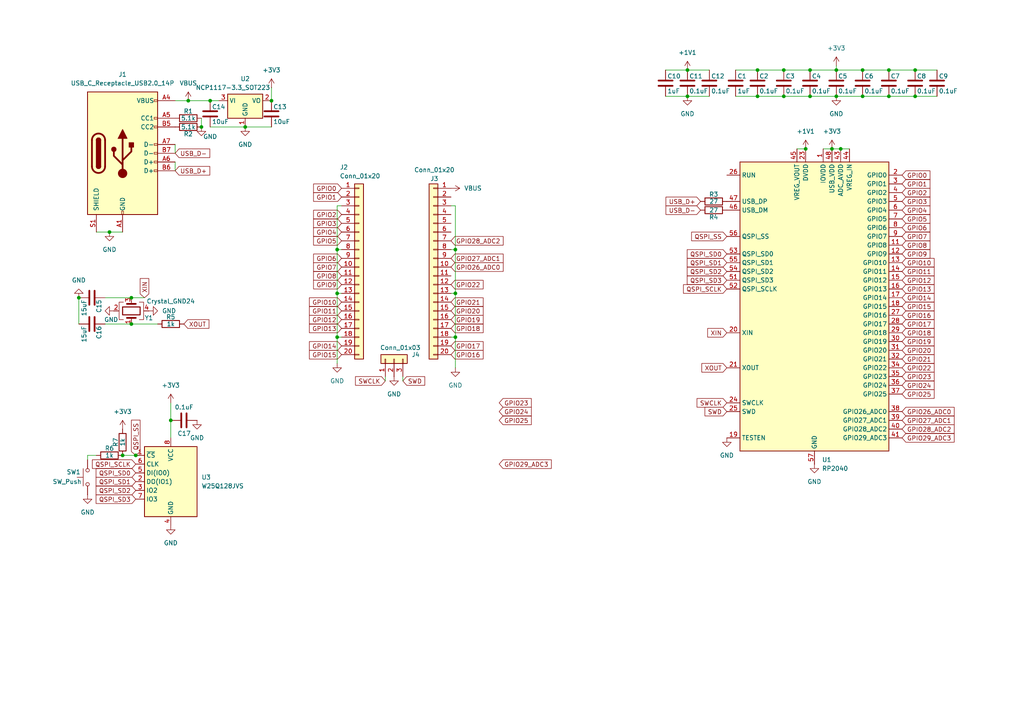
<source format=kicad_sch>
(kicad_sch (version 20231120) (generator "eeschema") (generator_version "8.0")
  (paper "A4")
  (lib_symbols
    (symbol "Connector:USB_C_Receptacle_USB2.0_14P" (pin_names (offset 1.016))
      (property "Reference" "J" (at 0 22.225 0))
      (property "Value" "USB_C_Receptacle_USB2.0_14P" (at 0 19.685 0))
      (symbol "USB_C_Receptacle_USB2.0_14P_0_0"
        (rectangle (start -0.254 -17.78) (end 0.254 -16.764))
        (rectangle (start 10.16 -4.826) (end 9.144 -5.334))
        (rectangle (start 10.16 -2.286) (end 9.144 -2.794))
        (rectangle (start 10.16 0.254) (end 9.144 -0.254))
        (rectangle (start 10.16 2.794) (end 9.144 2.286))
        (rectangle (start 10.16 7.874) (end 9.144 7.366))
        (rectangle (start 10.16 10.414) (end 9.144 9.906))
        (rectangle (start 10.16 15.494) (end 9.144 14.986))
      )
      (symbol "USB_C_Receptacle_USB2.0_14P_0_1"
        (rectangle (start -10.16 17.78) (end 10.16 -17.78) (stroke (width 0.254)) (fill (type background)))
        (arc (start -8.89 -3.81) (mid -6.985 -5.7067) (end -5.08 -3.81) (stroke (width 0.508)))
        (arc (start -7.62 -3.81) (mid -6.985 -4.4423) (end -6.35 -3.81) (stroke (width 0.254)))
        (arc (start -7.62 -3.81) (mid -6.985 -4.4423) (end -6.35 -3.81) (stroke (width 0.254)) (fill (type outline)))
        (rectangle (start -7.62 -3.81) (end -6.35 3.81) (stroke (width 0.254)) (fill (type outline)))
        (arc (start -6.35 3.81) (mid -6.985 4.4423) (end -7.62 3.81) (stroke (width 0.254)))
        (arc (start -6.35 3.81) (mid -6.985 4.4423) (end -7.62 3.81) (stroke (width 0.254)) (fill (type outline)))
        (arc (start -5.08 3.81) (mid -6.985 5.7067) (end -8.89 3.81) (stroke (width 0.508)))
        (circle (center -2.54 1.143) (radius 0.635) (stroke (width 0.254)) (fill (type outline)))
        (circle (center 0 -5.842) (radius 1.27) (fill (type outline)))
        (polyline (pts (xy -8.89 -3.81) (xy -8.89 3.81)) (stroke (width 0.508)))
        (polyline (pts (xy -5.08 3.81) (xy -5.08 -3.81)) (stroke (width 0.508)))
        (polyline (pts (xy 0 -5.842) (xy 0 4.318)) (stroke (width 0.508)))
        (polyline (pts (xy 0 -3.302) (xy -2.54 -0.762) (xy -2.54 0.508)) (stroke (width 0.508)))
        (polyline (pts (xy 0 -2.032) (xy 2.54 0.508) (xy 2.54 1.778)) (stroke (width 0.508)))
        (polyline (pts (xy -1.27 4.318) (xy 0 6.858) (xy 1.27 4.318) (xy -1.27 4.318)) (stroke (width 0.254)) (fill (type outline)))
        (rectangle (start 1.905 1.778) (end 3.175 3.048) (stroke (width 0.254)) (fill (type outline)))
      )
      (symbol "USB_C_Receptacle_USB2.0_14P_1_1"
        (pin passive line (at 0 -22.86 90) (length 5.08) (name "GND") (number "A1"))
        (pin passive line (at 0 -22.86 90) (length 5.08) hide (name "GND") (number "A12"))
        (pin passive line (at 15.24 15.24 180) (length 5.08) (name "VBUS") (number "A4"))
        (pin bidirectional line (at 15.24 10.16 180) (length 5.08) (name "CC1") (number "A5"))
        (pin bidirectional line (at 15.24 -2.54 180) (length 5.08) (name "D+") (number "A6"))
        (pin bidirectional line (at 15.24 2.54 180) (length 5.08) (name "D-") (number "A7"))
        (pin passive line (at 15.24 15.24 180) (length 5.08) hide (name "VBUS") (number "A9"))
        (pin passive line (at 0 -22.86 90) (length 5.08) hide (name "GND") (number "B1"))
        (pin passive line (at 0 -22.86 90) (length 5.08) hide (name "GND") (number "B12"))
        (pin passive line (at 15.24 15.24 180) (length 5.08) hide (name "VBUS") (number "B4"))
        (pin bidirectional line (at 15.24 7.62 180) (length 5.08) (name "CC2") (number "B5"))
        (pin bidirectional line (at 15.24 -5.08 180) (length 5.08) (name "D+") (number "B6"))
        (pin bidirectional line (at 15.24 0 180) (length 5.08) (name "D-") (number "B7"))
        (pin passive line (at 15.24 15.24 180) (length 5.08) hide (name "VBUS") (number "B9"))
        (pin passive line (at -7.62 -22.86 90) (length 5.08) (name "SHIELD") (number "S1"))
      )
    )
    (symbol "Connector_Generic:Conn_01x03" (pin_names (offset 1.016) hide)
      (property "Reference" "J" (at 0 5.08 0))
      (property "Value" "Conn_01x03" (at 0 -5.08 0))
      (symbol "Conn_01x03_1_1"
        (rectangle (start -1.27 -2.413) (end 0 -2.667) (stroke (width 0.1524)))
        (rectangle (start -1.27 0.127) (end 0 -0.127) (stroke (width 0.1524)))
        (rectangle (start -1.27 2.667) (end 0 2.413) (stroke (width 0.1524)))
        (rectangle (start -1.27 3.81) (end 1.27 -3.81) (stroke (width 0.254)) (fill (type background)))
        (pin passive line (at -5.08 2.54 0) (length 3.81) (name "Pin_1") (number "1"))
        (pin passive line (at -5.08 0 0) (length 3.81) (name "Pin_2") (number "2"))
        (pin passive line (at -5.08 -2.54 0) (length 3.81) (name "Pin_3") (number "3"))
      )
    )
    (symbol "Connector_Generic:Conn_01x20" (pin_names (offset 1.016) hide)
      (property "Reference" "J" (at 0 25.4 0))
      (property "Value" "Conn_01x20" (at 0 -27.94 0))
      (symbol "Conn_01x20_1_1"
        (rectangle (start -1.27 -25.273) (end 0 -25.527) (stroke (width 0.1524)))
        (rectangle (start -1.27 -22.733) (end 0 -22.987) (stroke (width 0.1524)))
        (rectangle (start -1.27 -20.193) (end 0 -20.447) (stroke (width 0.1524)))
        (rectangle (start -1.27 -17.653) (end 0 -17.907) (stroke (width 0.1524)))
        (rectangle (start -1.27 -15.113) (end 0 -15.367) (stroke (width 0.1524)))
        (rectangle (start -1.27 -12.573) (end 0 -12.827) (stroke (width 0.1524)))
        (rectangle (start -1.27 -10.033) (end 0 -10.287) (stroke (width 0.1524)))
        (rectangle (start -1.27 -7.493) (end 0 -7.747) (stroke (width 0.1524)))
        (rectangle (start -1.27 -4.953) (end 0 -5.207) (stroke (width 0.1524)))
        (rectangle (start -1.27 -2.413) (end 0 -2.667) (stroke (width 0.1524)))
        (rectangle (start -1.27 0.127) (end 0 -0.127) (stroke (width 0.1524)))
        (rectangle (start -1.27 2.667) (end 0 2.413) (stroke (width 0.1524)))
        (rectangle (start -1.27 5.207) (end 0 4.953) (stroke (width 0.1524)))
        (rectangle (start -1.27 7.747) (end 0 7.493) (stroke (width 0.1524)))
        (rectangle (start -1.27 10.287) (end 0 10.033) (stroke (width 0.1524)))
        (rectangle (start -1.27 12.827) (end 0 12.573) (stroke (width 0.1524)))
        (rectangle (start -1.27 15.367) (end 0 15.113) (stroke (width 0.1524)))
        (rectangle (start -1.27 17.907) (end 0 17.653) (stroke (width 0.1524)))
        (rectangle (start -1.27 20.447) (end 0 20.193) (stroke (width 0.1524)))
        (rectangle (start -1.27 22.987) (end 0 22.733) (stroke (width 0.1524)))
        (rectangle (start -1.27 24.13) (end 1.27 -26.67) (stroke (width 0.254)) (fill (type background)))
        (pin passive line (at -5.08 22.86 0) (length 3.81) (name "Pin_1") (number "1"))
        (pin passive line (at -5.08 0 0) (length 3.81) (name "Pin_10") (number "10"))
        (pin passive line (at -5.08 -2.54 0) (length 3.81) (name "Pin_11") (number "11"))
        (pin passive line (at -5.08 -5.08 0) (length 3.81) (name "Pin_12") (number "12"))
        (pin passive line (at -5.08 -7.62 0) (length 3.81) (name "Pin_13") (number "13"))
        (pin passive line (at -5.08 -10.16 0) (length 3.81) (name "Pin_14") (number "14"))
        (pin passive line (at -5.08 -12.7 0) (length 3.81) (name "Pin_15") (number "15"))
        (pin passive line (at -5.08 -15.24 0) (length 3.81) (name "Pin_16") (number "16"))
        (pin passive line (at -5.08 -17.78 0) (length 3.81) (name "Pin_17") (number "17"))
        (pin passive line (at -5.08 -20.32 0) (length 3.81) (name "Pin_18") (number "18"))
        (pin passive line (at -5.08 -22.86 0) (length 3.81) (name "Pin_19") (number "19"))
        (pin passive line (at -5.08 20.32 0) (length 3.81) (name "Pin_2") (number "2"))
        (pin passive line (at -5.08 -25.4 0) (length 3.81) (name "Pin_20") (number "20"))
        (pin passive line (at -5.08 17.78 0) (length 3.81) (name "Pin_3") (number "3"))
        (pin passive line (at -5.08 15.24 0) (length 3.81) (name "Pin_4") (number "4"))
        (pin passive line (at -5.08 12.7 0) (length 3.81) (name "Pin_5") (number "5"))
        (pin passive line (at -5.08 10.16 0) (length 3.81) (name "Pin_6") (number "6"))
        (pin passive line (at -5.08 7.62 0) (length 3.81) (name "Pin_7") (number "7"))
        (pin passive line (at -5.08 5.08 0) (length 3.81) (name "Pin_8") (number "8"))
        (pin passive line (at -5.08 2.54 0) (length 3.81) (name "Pin_9") (number "9"))
      )
    )
    (symbol "Device:C" (pin_numbers hide) (pin_names (offset 0.254))
      (property "Reference" "C" (at 0.635 2.54 0))
      (property "Value" "C" (at 0.635 -2.54 0))
      (symbol "C_0_1"
        (polyline (pts (xy -2.032 -0.762) (xy 2.032 -0.762)) (stroke (width 0.508)))
        (polyline (pts (xy -2.032 0.762) (xy 2.032 0.762)) (stroke (width 0.508)))
      )
      (symbol "C_1_1"
        (pin passive line (at 0 3.81 270) (length 2.794) (name "~") (number "1"))
        (pin passive line (at 0 -3.81 90) (length 2.794) (name "~") (number "2"))
      )
    )
    (symbol "Device:Crystal_GND24" (pin_names (offset 1.016) hide)
      (property "Reference" "Y" (at 3.175 5.08 0))
      (property "Value" "Crystal_GND24" (at 3.175 3.175 0))
      (symbol "Crystal_GND24_0_1"
        (rectangle (start -1.143 2.54) (end 1.143 -2.54) (stroke (width 0.3048)))
        (polyline (pts (xy -2.54 0) (xy -2.032 0)))
        (polyline (pts (xy -2.032 -1.27) (xy -2.032 1.27)) (stroke (width 0.508)))
        (polyline (pts (xy 0 -3.81) (xy 0 -3.556)))
        (polyline (pts (xy 0 3.556) (xy 0 3.81)))
        (polyline (pts (xy 2.032 -1.27) (xy 2.032 1.27)) (stroke (width 0.508)))
        (polyline (pts (xy 2.032 0) (xy 2.54 0)))
        (polyline (pts (xy -2.54 -2.286) (xy -2.54 -3.556) (xy 2.54 -3.556) (xy 2.54 -2.286)))
        (polyline (pts (xy -2.54 2.286) (xy -2.54 3.556) (xy 2.54 3.556) (xy 2.54 2.286)))
      )
      (symbol "Crystal_GND24_1_1"
        (pin passive line (at -3.81 0 0) (length 1.27) (name "1") (number "1"))
        (pin passive line (at 0 5.08 270) (length 1.27) (name "2") (number "2"))
        (pin passive line (at 3.81 0 180) (length 1.27) (name "3") (number "3"))
        (pin passive line (at 0 -5.08 90) (length 1.27) (name "4") (number "4"))
      )
    )
    (symbol "Device:R" (pin_numbers hide) (pin_names (offset 0))
      (property "Reference" "R" (at 2.032 0 90))
      (property "Value" "R" (at 0 0 90))
      (symbol "R_0_1"
        (rectangle (start -1.016 -2.54) (end 1.016 2.54) (stroke (width 0.254)))
      )
      (symbol "R_1_1"
        (pin passive line (at 0 3.81 270) (length 1.27) (name "~") (number "1"))
        (pin passive line (at 0 -3.81 90) (length 1.27) (name "~") (number "2"))
      )
    )
    (symbol "MCU_RaspberryPi:RP2040"
      (property "Reference" "U" (at 17.78 45.72 0))
      (property "Value" "RP2040" (at 17.78 43.18 0))
      (symbol "RP2040_0_1"
        (rectangle (start -21.59 41.91) (end 21.59 -41.91) (stroke (width 0.254)) (fill (type background)))
      )
      (symbol "RP2040_1_1"
        (pin power_in line (at 2.54 45.72 270) (length 3.81) (name "IOVDD") (number "1"))
        (pin passive line (at 2.54 45.72 270) (length 3.81) hide (name "IOVDD") (number "10"))
        (pin bidirectional line (at 25.4 17.78 180) (length 3.81) (name "GPIO8") (number "11"))
        (pin bidirectional line (at 25.4 15.24 180) (length 3.81) (name "GPIO9") (number "12"))
        (pin bidirectional line (at 25.4 12.7 180) (length 3.81) (name "GPIO10") (number "13"))
        (pin bidirectional line (at 25.4 10.16 180) (length 3.81) (name "GPIO11") (number "14"))
        (pin bidirectional line (at 25.4 7.62 180) (length 3.81) (name "GPIO12") (number "15"))
        (pin bidirectional line (at 25.4 5.08 180) (length 3.81) (name "GPIO13") (number "16"))
        (pin bidirectional line (at 25.4 2.54 180) (length 3.81) (name "GPIO14") (number "17"))
        (pin bidirectional line (at 25.4 0 180) (length 3.81) (name "GPIO15") (number "18"))
        (pin input line (at -25.4 -38.1 0) (length 3.81) (name "TESTEN") (number "19"))
        (pin bidirectional line (at 25.4 38.1 180) (length 3.81) (name "GPIO0") (number "2"))
        (pin input line (at -25.4 -7.62 0) (length 3.81) (name "XIN") (number "20"))
        (pin passive line (at -25.4 -17.78 0) (length 3.81) (name "XOUT") (number "21"))
        (pin passive line (at 2.54 45.72 270) (length 3.81) hide (name "IOVDD") (number "22"))
        (pin power_in line (at -2.54 45.72 270) (length 3.81) (name "DVDD") (number "23"))
        (pin input line (at -25.4 -27.94 0) (length 3.81) (name "SWCLK") (number "24"))
        (pin bidirectional line (at -25.4 -30.48 0) (length 3.81) (name "SWD") (number "25"))
        (pin input line (at -25.4 38.1 0) (length 3.81) (name "RUN") (number "26"))
        (pin bidirectional line (at 25.4 -2.54 180) (length 3.81) (name "GPIO16") (number "27"))
        (pin bidirectional line (at 25.4 -5.08 180) (length 3.81) (name "GPIO17") (number "28"))
        (pin bidirectional line (at 25.4 -7.62 180) (length 3.81) (name "GPIO18") (number "29"))
        (pin bidirectional line (at 25.4 35.56 180) (length 3.81) (name "GPIO1") (number "3"))
        (pin bidirectional line (at 25.4 -10.16 180) (length 3.81) (name "GPIO19") (number "30"))
        (pin bidirectional line (at 25.4 -12.7 180) (length 3.81) (name "GPIO20") (number "31"))
        (pin bidirectional line (at 25.4 -15.24 180) (length 3.81) (name "GPIO21") (number "32"))
        (pin passive line (at 2.54 45.72 270) (length 3.81) hide (name "IOVDD") (number "33"))
        (pin bidirectional line (at 25.4 -17.78 180) (length 3.81) (name "GPIO22") (number "34"))
        (pin bidirectional line (at 25.4 -20.32 180) (length 3.81) (name "GPIO23") (number "35"))
        (pin bidirectional line (at 25.4 -22.86 180) (length 3.81) (name "GPIO24") (number "36"))
        (pin bidirectional line (at 25.4 -25.4 180) (length 3.81) (name "GPIO25") (number "37"))
        (pin bidirectional line (at 25.4 -30.48 180) (length 3.81) (name "GPIO26_ADC0") (number "38"))
        (pin bidirectional line (at 25.4 -33.02 180) (length 3.81) (name "GPIO27_ADC1") (number "39"))
        (pin bidirectional line (at 25.4 33.02 180) (length 3.81) (name "GPIO2") (number "4"))
        (pin bidirectional line (at 25.4 -35.56 180) (length 3.81) (name "GPIO28_ADC2") (number "40"))
        (pin bidirectional line (at 25.4 -38.1 180) (length 3.81) (name "GPIO29_ADC3") (number "41"))
        (pin passive line (at 2.54 45.72 270) (length 3.81) hide (name "IOVDD") (number "42"))
        (pin power_in line (at 7.62 45.72 270) (length 3.81) (name "ADC_AVDD") (number "43"))
        (pin power_in line (at 10.16 45.72 270) (length 3.81) (name "VREG_IN") (number "44"))
        (pin power_out line (at -5.08 45.72 270) (length 3.81) (name "VREG_VOUT") (number "45"))
        (pin bidirectional line (at -25.4 27.94 0) (length 3.81) (name "USB_DM") (number "46"))
        (pin bidirectional line (at -25.4 30.48 0) (length 3.81) (name "USB_DP") (number "47"))
        (pin power_in line (at 5.08 45.72 270) (length 3.81) (name "USB_VDD") (number "48"))
        (pin passive line (at 2.54 45.72 270) (length 3.81) hide (name "IOVDD") (number "49"))
        (pin bidirectional line (at 25.4 30.48 180) (length 3.81) (name "GPIO3") (number "5"))
        (pin passive line (at -2.54 45.72 270) (length 3.81) hide (name "DVDD") (number "50"))
        (pin bidirectional line (at -25.4 7.62 0) (length 3.81) (name "QSPI_SD3") (number "51"))
        (pin output line (at -25.4 5.08 0) (length 3.81) (name "QSPI_SCLK") (number "52"))
        (pin bidirectional line (at -25.4 15.24 0) (length 3.81) (name "QSPI_SD0") (number "53"))
        (pin bidirectional line (at -25.4 10.16 0) (length 3.81) (name "QSPI_SD2") (number "54"))
        (pin bidirectional line (at -25.4 12.7 0) (length 3.81) (name "QSPI_SD1") (number "55"))
        (pin bidirectional line (at -25.4 20.32 0) (length 3.81) (name "QSPI_SS") (number "56"))
        (pin power_in line (at 0 -45.72 90) (length 3.81) (name "GND") (number "57"))
        (pin bidirectional line (at 25.4 27.94 180) (length 3.81) (name "GPIO4") (number "6"))
        (pin bidirectional line (at 25.4 25.4 180) (length 3.81) (name "GPIO5") (number "7"))
        (pin bidirectional line (at 25.4 22.86 180) (length 3.81) (name "GPIO6") (number "8"))
        (pin bidirectional line (at 25.4 20.32 180) (length 3.81) (name "GPIO7") (number "9"))
      )
    )
    (symbol "Memory_Flash:W25Q128JVS"
      (property "Reference" "U" (at -6.35 11.43 0))
      (property "Value" "W25Q128JVS" (at 7.62 11.43 0))
      (symbol "W25Q128JVS_0_1"
        (rectangle (start -7.62 10.16) (end 7.62 -10.16) (stroke (width 0.254)) (fill (type background)))
      )
      (symbol "W25Q128JVS_1_1"
        (pin input line (at -10.16 7.62 0) (length 2.54) (name "~{CS}") (number "1"))
        (pin bidirectional line (at -10.16 0 0) (length 2.54) (name "DO(IO1)") (number "2"))
        (pin bidirectional line (at -10.16 -2.54 0) (length 2.54) (name "IO2") (number "3"))
        (pin power_in line (at 0 -12.7 90) (length 2.54) (name "GND") (number "4"))
        (pin bidirectional line (at -10.16 2.54 0) (length 2.54) (name "DI(IO0)") (number "5"))
        (pin input line (at -10.16 5.08 0) (length 2.54) (name "CLK") (number "6"))
        (pin bidirectional line (at -10.16 -5.08 0) (length 2.54) (name "IO3") (number "7"))
        (pin power_in line (at 0 12.7 270) (length 2.54) (name "VCC") (number "8"))
      )
    )
    (symbol "Regulator_Linear:NCP1117-3.3_SOT223"
      (property "Reference" "U" (at -3.81 3.175 0))
      (property "Value" "NCP1117-3.3_SOT223" (at 0 3.175 0))
      (symbol "NCP1117-3.3_SOT223_0_1"
        (rectangle (start -5.08 -5.08) (end 5.08 1.905) (stroke (width 0.254)) (fill (type background)))
      )
      (symbol "NCP1117-3.3_SOT223_1_1"
        (pin power_in line (at 0 -7.62 90) (length 2.54) (name "GND") (number "1"))
        (pin power_out line (at 7.62 0 180) (length 2.54) (name "VO") (number "2"))
        (pin power_in line (at -7.62 0 0) (length 2.54) (name "VI") (number "3"))
      )
    )
    (symbol "Switch:SW_Push" (pin_numbers hide) (pin_names (offset 1.016) hide)
      (property "Reference" "SW" (at 1.27 2.54 0))
      (property "Value" "SW_Push" (at 0 -1.524 0))
      (symbol "SW_Push_0_1"
        (circle (center -2.032 0) (radius 0.508))
        (polyline (pts (xy 0 1.27) (xy 0 3.048)))
        (polyline (pts (xy 2.54 1.27) (xy -2.54 1.27)))
        (circle (center 2.032 0) (radius 0.508))
        (pin passive line (at -5.08 0 0) (length 2.54) (name "1") (number "1"))
        (pin passive line (at 5.08 0 180) (length 2.54) (name "2") (number "2"))
      )
    )
    (symbol "power:+1V1" (power) (pin_numbers hide) (pin_names (offset 0) hide)
      (property "Value" "+1V1" (at 0 3.556 0))
      (symbol "+1V1_0_1"
        (polyline (pts (xy -0.762 1.27) (xy 0 2.54)))
        (polyline (pts (xy 0 0) (xy 0 2.54)))
        (polyline (pts (xy 0 2.54) (xy 0.762 1.27)))
      )
      (symbol "+1V1_1_1"
        (pin power_in line (at 0 0 90) (length 0) (name "~") (number "1"))
      )
    )
    (symbol "power:+3V3" (power) (pin_numbers hide) (pin_names (offset 0) hide)
      (property "Value" "+3V3" (at 0 3.556 0))
      (symbol "+3V3_0_1"
        (polyline (pts (xy -0.762 1.27) (xy 0 2.54)))
        (polyline (pts (xy 0 0) (xy 0 2.54)))
        (polyline (pts (xy 0 2.54) (xy 0.762 1.27)))
      )
      (symbol "+3V3_1_1"
        (pin power_in line (at 0 0 90) (length 0) (name "~") (number "1"))
      )
    )
    (symbol "power:GND" (power) (pin_numbers hide) (pin_names (offset 0) hide)
      (property "Value" "GND" (at 0 -3.81 0))
      (symbol "GND_0_1"
        (polyline (pts (xy 0 0) (xy 0 -1.27) (xy 1.27 -1.27) (xy 0 -2.54) (xy -1.27 -1.27) (xy 0 -1.27)))
      )
      (symbol "GND_1_1"
        (pin power_in line (at 0 0 270) (length 0) (name "~") (number "1"))
      )
    )
    (symbol "power:VBUS" (power) (pin_numbers hide) (pin_names (offset 0) hide)
      (property "Value" "VBUS" (at 0 3.556 0))
      (symbol "VBUS_0_1"
        (polyline (pts (xy -0.762 1.27) (xy 0 2.54)))
        (polyline (pts (xy 0 0) (xy 0 2.54)))
        (polyline (pts (xy 0 2.54) (xy 0.762 1.27)))
      )
      (symbol "VBUS_1_1"
        (pin power_in line (at 0 0 90) (length 0) (name "~") (number "1"))
      )
    )
  )
  (junction (at 97.79 85.09))
  (junction (at 219.71 27.94))
  (junction (at 234.95 27.94))
  (junction (at 250.19 27.94))
  (junction (at 242.57 20.32))
  (junction (at 199.39 20.32))
  (junction (at 257.81 20.32))
  (junction (at 199.39 27.94))
  (junction (at 243.84 43.18))
  (junction (at 71.12 36.83))
  (junction (at 60.96 29.21))
  (junction (at 31.75 67.31))
  (junction (at 257.81 27.94))
  (junction (at 227.33 27.94))
  (junction (at 35.56 132.08))
  (junction (at 227.33 20.32))
  (junction (at 242.57 27.94))
  (junction (at 132.08 97.79))
  (junction (at 38.1 86.36))
  (junction (at 241.3 43.18))
  (junction (at 132.08 85.09))
  (junction (at 233.68 43.18))
  (junction (at 58.42 36.83))
  (junction (at 49.53 121.92))
  (junction (at 22.86 86.36))
  (junction (at 132.08 72.39))
  (junction (at 78.74 29.21))
  (junction (at 265.43 20.32))
  (junction (at 97.79 72.39))
  (junction (at 39.37 132.08))
  (junction (at 54.61 29.21))
  (junction (at 97.79 97.79))
  (junction (at 234.95 20.32))
  (junction (at 38.1 93.98))
  (junction (at 250.19 20.32))
  (junction (at 219.71 20.32))
  (junction (at 265.43 27.94))
  (wire (pts (xy 27.94 67.31) (xy 31.75 67.31)))
  (wire (pts (xy 111.76 110.49) (xy 111.76 109.22)))
  (wire (pts (xy 25.4 133.35) (xy 25.4 132.08)))
  (wire (pts (xy 97.79 97.79) (xy 97.79 105.41)))
  (wire (pts (xy 49.53 121.92) (xy 49.53 127)))
  (wire (pts (xy 71.12 36.83) (xy 78.74 36.83)))
  (wire (pts (xy 50.8 44.45) (xy 50.8 41.91)))
  (wire (pts (xy 234.95 20.32) (xy 242.57 20.32)))
  (wire (pts (xy 242.57 19.05) (xy 242.57 20.32)))
  (wire (pts (xy 97.79 59.69) (xy 99.06 59.69)))
  (wire (pts (xy 60.96 29.21) (xy 63.5 29.21)))
  (wire (pts (xy 30.48 93.98) (xy 38.1 93.98)))
  (wire (pts (xy 199.39 27.94) (xy 205.74 27.94)))
  (wire (pts (xy 132.08 85.09) (xy 132.08 97.79)))
  (wire (pts (xy 130.81 59.69) (xy 132.08 59.69)))
  (wire (pts (xy 54.61 29.21) (xy 60.96 29.21)))
  (wire (pts (xy 257.81 20.32) (xy 265.43 20.32)))
  (wire (pts (xy 132.08 72.39) (xy 132.08 85.09)))
  (wire (pts (xy 132.08 97.79) (xy 132.08 106.68)))
  (wire (pts (xy 250.19 20.32) (xy 257.81 20.32)))
  (wire (pts (xy 60.96 36.83) (xy 71.12 36.83)))
  (wire (pts (xy 116.84 110.49) (xy 116.84 109.22)))
  (wire (pts (xy 265.43 20.32) (xy 271.78 20.32)))
  (wire (pts (xy 250.19 27.94) (xy 257.81 27.94)))
  (wire (pts (xy 58.42 34.29) (xy 58.42 36.83)))
  (wire (pts (xy 213.36 27.94) (xy 219.71 27.94)))
  (wire (pts (xy 257.81 27.94) (xy 265.43 27.94)))
  (wire (pts (xy 242.57 27.94) (xy 250.19 27.94)))
  (wire (pts (xy 234.95 27.94) (xy 242.57 27.94)))
  (wire (pts (xy 130.81 97.79) (xy 132.08 97.79)))
  (wire (pts (xy 50.8 46.99) (xy 50.8 49.53)))
  (wire (pts (xy 231.14 43.18) (xy 233.68 43.18)))
  (wire (pts (xy 242.57 20.32) (xy 250.19 20.32)))
  (wire (pts (xy 97.79 72.39) (xy 99.06 72.39)))
  (wire (pts (xy 199.39 20.32) (xy 205.74 20.32)))
  (wire (pts (xy 132.08 59.69) (xy 132.08 72.39)))
  (wire (pts (xy 227.33 27.94) (xy 234.95 27.94)))
  (wire (pts (xy 41.91 86.36) (xy 38.1 86.36)))
  (wire (pts (xy 97.79 97.79) (xy 99.06 97.79)))
  (wire (pts (xy 130.81 85.09) (xy 132.08 85.09)))
  (wire (pts (xy 132.08 72.39) (xy 130.81 72.39)))
  (wire (pts (xy 50.8 29.21) (xy 54.61 29.21)))
  (wire (pts (xy 193.04 27.94) (xy 199.39 27.94)))
  (wire (pts (xy 241.3 43.18) (xy 243.84 43.18)))
  (wire (pts (xy 25.4 132.08) (xy 27.94 132.08)))
  (wire (pts (xy 39.37 132.08) (xy 40.64 132.08)))
  (wire (pts (xy 97.79 85.09) (xy 97.79 72.39)))
  (wire (pts (xy 97.79 85.09) (xy 97.79 97.79)))
  (wire (pts (xy 265.43 27.94) (xy 271.78 27.94)))
  (wire (pts (xy 213.36 20.32) (xy 219.71 20.32)))
  (wire (pts (xy 99.06 85.09) (xy 97.79 85.09)))
  (wire (pts (xy 243.84 43.18) (xy 246.38 43.18)))
  (wire (pts (xy 97.79 72.39) (xy 97.79 59.69)))
  (wire (pts (xy 49.53 116.84) (xy 49.53 121.92)))
  (wire (pts (xy 193.04 20.32) (xy 199.39 20.32)))
  (wire (pts (xy 219.71 20.32) (xy 227.33 20.32)))
  (wire (pts (xy 38.1 93.98) (xy 45.72 93.98)))
  (wire (pts (xy 219.71 27.94) (xy 227.33 27.94)))
  (wire (pts (xy 35.56 132.08) (xy 39.37 132.08)))
  (wire (pts (xy 238.76 43.18) (xy 241.3 43.18)))
  (wire (pts (xy 78.74 25.4) (xy 78.74 29.21)))
  (wire (pts (xy 227.33 20.32) (xy 234.95 20.32)))
  (wire (pts (xy 22.86 86.36) (xy 22.86 93.98)))
  (wire (pts (xy 30.48 86.36) (xy 38.1 86.36)))
  (wire (pts (xy 31.75 67.31) (xy 35.56 67.31)))
  (global_label "GPIO28_ADC2" (shape input) (at 261.62 124.46 0) (property "Intersheetrefs" "${INTERSHEET_REFS}" (effects (hide yes))))
  (global_label "GPIO18" (shape input) (at 130.81 95.25 0) (property "Intersheetrefs" "${INTERSHEET_REFS}" (effects (hide yes))))
  (global_label "GPIO29_ADC3" (shape input) (at 261.62 127 0) (property "Intersheetrefs" "${INTERSHEET_REFS}" (effects (hide yes))))
  (global_label "GPIO19" (shape input) (at 261.62 99.06 0) (property "Intersheetrefs" "${INTERSHEET_REFS}" (effects (hide yes))))
  (global_label "SWCLK" (shape input) (at 111.76 110.49 180) (property "Intersheetrefs" "${INTERSHEET_REFS}" (effects (hide yes))))
  (global_label "GPIO29_ADC3" (shape input) (at 144.78 134.62 0) (property "Intersheetrefs" "${INTERSHEET_REFS}" (effects (hide yes))))
  (global_label "GPIO22" (shape input) (at 261.62 106.68 0) (property "Intersheetrefs" "${INTERSHEET_REFS}" (effects (hide yes))))
  (global_label "GPIO5" (shape input) (at 99.06 69.85 180) (property "Intersheetrefs" "${INTERSHEET_REFS}" (effects (hide yes))))
  (global_label "GPIO4" (shape input) (at 99.06 67.31 180) (property "Intersheetrefs" "${INTERSHEET_REFS}" (effects (hide yes))))
  (global_label "GPIO24" (shape input) (at 261.62 111.76 0) (property "Intersheetrefs" "${INTERSHEET_REFS}" (effects (hide yes))))
  (global_label "QSPI_SD1" (shape input) (at 210.82 76.2 180) (property "Intersheetrefs" "${INTERSHEET_REFS}" (effects (hide yes))))
  (global_label "SWD" (shape input) (at 210.82 119.38 180) (property "Intersheetrefs" "${INTERSHEET_REFS}" (effects (hide yes))))
  (global_label "GPIO13" (shape input) (at 261.62 83.82 0) (property "Intersheetrefs" "${INTERSHEET_REFS}" (effects (hide yes))))
  (global_label "GPIO1" (shape input) (at 99.06 57.15 180) (property "Intersheetrefs" "${INTERSHEET_REFS}" (effects (hide yes))))
  (global_label "XIN" (shape input) (at 210.82 96.52 180) (property "Intersheetrefs" "${INTERSHEET_REFS}" (effects (hide yes))))
  (global_label "GPIO10" (shape input) (at 261.62 76.2 0) (property "Intersheetrefs" "${INTERSHEET_REFS}" (effects (hide yes))))
  (global_label "GPIO9" (shape input) (at 261.62 73.66 0) (property "Intersheetrefs" "${INTERSHEET_REFS}" (effects (hide yes))))
  (global_label "GPIO6" (shape input) (at 99.06 74.93 180) (property "Intersheetrefs" "${INTERSHEET_REFS}" (effects (hide yes))))
  (global_label "GPIO12" (shape input) (at 261.62 81.28 0) (property "Intersheetrefs" "${INTERSHEET_REFS}" (effects (hide yes))))
  (global_label "GPIO21" (shape input) (at 261.62 104.14 0) (property "Intersheetrefs" "${INTERSHEET_REFS}" (effects (hide yes))))
  (global_label "GPIO13" (shape input) (at 99.06 95.25 180) (property "Intersheetrefs" "${INTERSHEET_REFS}" (effects (hide yes))))
  (global_label "GPIO27_ADC1" (shape input) (at 261.62 121.92 0) (property "Intersheetrefs" "${INTERSHEET_REFS}" (effects (hide yes))))
  (global_label "XOUT" (shape input) (at 210.82 106.68 180) (property "Intersheetrefs" "${INTERSHEET_REFS}" (effects (hide yes))))
  (global_label "GPIO12" (shape input) (at 99.06 92.71 180) (property "Intersheetrefs" "${INTERSHEET_REFS}" (effects (hide yes))))
  (global_label "GPIO0" (shape input) (at 99.06 54.61 180) (property "Intersheetrefs" "${INTERSHEET_REFS}" (effects (hide yes))))
  (global_label "XOUT" (shape input) (at 53.34 93.98 0) (property "Intersheetrefs" "${INTERSHEET_REFS}" (effects (hide yes))))
  (global_label "GPIO7" (shape input) (at 261.62 68.58 0) (property "Intersheetrefs" "${INTERSHEET_REFS}" (effects (hide yes))))
  (global_label "GPIO23" (shape input) (at 261.62 109.22 0) (property "Intersheetrefs" "${INTERSHEET_REFS}" (effects (hide yes))))
  (global_label "GPIO14" (shape input) (at 99.06 100.33 180) (property "Intersheetrefs" "${INTERSHEET_REFS}" (effects (hide yes))))
  (global_label "GPIO6" (shape input) (at 261.62 66.04 0) (property "Intersheetrefs" "${INTERSHEET_REFS}" (effects (hide yes))))
  (global_label "GPIO23" (shape input) (at 144.78 116.84 0) (property "Intersheetrefs" "${INTERSHEET_REFS}" (effects (hide yes))))
  (global_label "GPIO7" (shape input) (at 99.06 77.47 180) (property "Intersheetrefs" "${INTERSHEET_REFS}" (effects (hide yes))))
  (global_label "QSPI_SS" (shape input) (at 210.82 68.58 180) (property "Intersheetrefs" "${INTERSHEET_REFS}" (effects (hide yes))))
  (global_label "GPIO15" (shape input) (at 261.62 88.9 0) (property "Intersheetrefs" "${INTERSHEET_REFS}" (effects (hide yes))))
  (global_label "XIN" (shape input) (at 41.91 86.36 90) (property "Intersheetrefs" "${INTERSHEET_REFS}" (effects (hide yes))))
  (global_label "QSPI_SCLK" (shape input) (at 210.82 83.82 180) (property "Intersheetrefs" "${INTERSHEET_REFS}" (effects (hide yes))))
  (global_label "GPIO1" (shape input) (at 261.62 53.34 0) (property "Intersheetrefs" "${INTERSHEET_REFS}" (effects (hide yes))))
  (global_label "GPIO27_ADC1" (shape input) (at 130.81 74.93 0) (property "Intersheetrefs" "${INTERSHEET_REFS}" (effects (hide yes))))
  (global_label "GPIO2" (shape input) (at 261.62 55.88 0) (property "Intersheetrefs" "${INTERSHEET_REFS}" (effects (hide yes))))
  (global_label "USB_D+" (shape input) (at 50.8 49.53 0) (property "Intersheetrefs" "${INTERSHEET_REFS}" (effects (hide yes))))
  (global_label "QSPI_SD2" (shape input) (at 39.37 142.24 180) (property "Intersheetrefs" "${INTERSHEET_REFS}" (effects (hide yes))))
  (global_label "GPIO3" (shape input) (at 261.62 58.42 0) (property "Intersheetrefs" "${INTERSHEET_REFS}" (effects (hide yes))))
  (global_label "GPIO8" (shape input) (at 261.62 71.12 0) (property "Intersheetrefs" "${INTERSHEET_REFS}" (effects (hide yes))))
  (global_label "GPIO24" (shape input) (at 144.78 119.38 0) (property "Intersheetrefs" "${INTERSHEET_REFS}" (effects (hide yes))))
  (global_label "QSPI_SD0" (shape input) (at 210.82 73.66 180) (property "Intersheetrefs" "${INTERSHEET_REFS}" (effects (hide yes))))
  (global_label "GPIO8" (shape input) (at 99.06 80.01 180) (property "Intersheetrefs" "${INTERSHEET_REFS}" (effects (hide yes))))
  (global_label "GPIO19" (shape input) (at 130.81 92.71 0) (property "Intersheetrefs" "${INTERSHEET_REFS}" (effects (hide yes))))
  (global_label "QSPI_SS" (shape input) (at 39.37 132.08 90) (property "Intersheetrefs" "${INTERSHEET_REFS}" (effects (hide yes))))
  (global_label "SWD" (shape input) (at 116.84 110.49 0) (property "Intersheetrefs" "${INTERSHEET_REFS}" (effects (hide yes))))
  (global_label "USB_D+" (shape input) (at 203.2 58.42 180) (property "Intersheetrefs" "${INTERSHEET_REFS}" (effects (hide yes))))
  (global_label "GPIO20" (shape input) (at 261.62 101.6 0) (property "Intersheetrefs" "${INTERSHEET_REFS}" (effects (hide yes))))
  (global_label "QSPI_SCLK" (shape input) (at 39.37 134.62 180) (property "Intersheetrefs" "${INTERSHEET_REFS}" (effects (hide yes))))
  (global_label "QSPI_SD3" (shape input) (at 39.37 144.78 180) (property "Intersheetrefs" "${INTERSHEET_REFS}" (effects (hide yes))))
  (global_label "GPIO21" (shape input) (at 130.81 87.63 0) (property "Intersheetrefs" "${INTERSHEET_REFS}" (effects (hide yes))))
  (global_label "GPIO25" (shape input) (at 261.62 114.3 0) (property "Intersheetrefs" "${INTERSHEET_REFS}" (effects (hide yes))))
  (global_label "GPIO16" (shape input) (at 130.81 102.87 0) (property "Intersheetrefs" "${INTERSHEET_REFS}" (effects (hide yes))))
  (global_label "QSPI_SD0" (shape input) (at 39.37 137.16 180) (property "Intersheetrefs" "${INTERSHEET_REFS}" (effects (hide yes))))
  (global_label "GPIO18" (shape input) (at 261.62 96.52 0) (property "Intersheetrefs" "${INTERSHEET_REFS}" (effects (hide yes))))
  (global_label "USB_D-" (shape input) (at 203.2 60.96 180) (property "Intersheetrefs" "${INTERSHEET_REFS}" (effects (hide yes))))
  (global_label "SWCLK" (shape input) (at 210.82 116.84 180) (property "Intersheetrefs" "${INTERSHEET_REFS}" (effects (hide yes))))
  (global_label "GPIO17" (shape input) (at 261.62 93.98 0) (property "Intersheetrefs" "${INTERSHEET_REFS}" (effects (hide yes))))
  (global_label "GPIO22" (shape input) (at 130.81 82.55 0) (property "Intersheetrefs" "${INTERSHEET_REFS}" (effects (hide yes))))
  (global_label "QSPI_SD2" (shape input) (at 210.82 78.74 180) (property "Intersheetrefs" "${INTERSHEET_REFS}" (effects (hide yes))))
  (global_label "QSPI_SD3" (shape input) (at 210.82 81.28 180) (property "Intersheetrefs" "${INTERSHEET_REFS}" (effects (hide yes))))
  (global_label "GPIO0" (shape input) (at 261.62 50.8 0) (property "Intersheetrefs" "${INTERSHEET_REFS}" (effects (hide yes))))
  (global_label "GPIO26_ADC0" (shape input) (at 130.81 77.47 0) (property "Intersheetrefs" "${INTERSHEET_REFS}" (effects (hide yes))))
  (global_label "GPIO20" (shape input) (at 130.81 90.17 0) (property "Intersheetrefs" "${INTERSHEET_REFS}" (effects (hide yes))))
  (global_label "GPIO11" (shape input) (at 261.62 78.74 0) (property "Intersheetrefs" "${INTERSHEET_REFS}" (effects (hide yes))))
  (global_label "GPIO9" (shape input) (at 99.06 82.55 180) (property "Intersheetrefs" "${INTERSHEET_REFS}" (effects (hide yes))))
  (global_label "GPIO14" (shape input) (at 261.62 86.36 0) (property "Intersheetrefs" "${INTERSHEET_REFS}" (effects (hide yes))))
  (global_label "GPIO2" (shape input) (at 99.06 62.23 180) (property "Intersheetrefs" "${INTERSHEET_REFS}" (effects (hide yes))))
  (global_label "GPIO28_ADC2" (shape input) (at 130.81 69.85 0) (property "Intersheetrefs" "${INTERSHEET_REFS}" (effects (hide yes))))
  (global_label "GPIO3" (shape input) (at 99.06 64.77 180) (property "Intersheetrefs" "${INTERSHEET_REFS}" (effects (hide yes))))
  (global_label "USB_D-" (shape input) (at 50.8 44.45 0) (property "Intersheetrefs" "${INTERSHEET_REFS}" (effects (hide yes))))
  (global_label "GPIO25" (shape input) (at 144.78 121.92 0) (property "Intersheetrefs" "${INTERSHEET_REFS}" (effects (hide yes))))
  (global_label "GPIO5" (shape input) (at 261.62 63.5 0) (property "Intersheetrefs" "${INTERSHEET_REFS}" (effects (hide yes))))
  (global_label "GPIO4" (shape input) (at 261.62 60.96 0) (property "Intersheetrefs" "${INTERSHEET_REFS}" (effects (hide yes))))
  (global_label "GPIO16" (shape input) (at 261.62 91.44 0) (property "Intersheetrefs" "${INTERSHEET_REFS}" (effects (hide yes))))
  (global_label "QSPI_SD1" (shape input) (at 39.37 139.7 180) (property "Intersheetrefs" "${INTERSHEET_REFS}" (effects (hide yes))))
  (global_label "GPIO17" (shape input) (at 130.81 100.33 0) (property "Intersheetrefs" "${INTERSHEET_REFS}" (effects (hide yes))))
  (global_label "GPIO11" (shape input) (at 99.06 90.17 180) (property "Intersheetrefs" "${INTERSHEET_REFS}" (effects (hide yes))))
  (global_label "GPIO15" (shape input) (at 99.06 102.87 180) (property "Intersheetrefs" "${INTERSHEET_REFS}" (effects (hide yes))))
  (global_label "GPIO26_ADC0" (shape input) (at 261.62 119.38 0) (property "Intersheetrefs" "${INTERSHEET_REFS}" (effects (hide yes))))
  (global_label "GPIO10" (shape input) (at 99.06 87.63 180) (property "Intersheetrefs" "${INTERSHEET_REFS}" (effects (hide yes))))
  (symbol (lib_id "power:GND") (at 210.82 127 0) (unit 1)
    (property "Reference" "#PWR024" (effects (hide yes)))
    (property "Value" "GND" (at 210.82 132.08 0))
    (property "Description" "Power symbol creates a global label with name \"GND\" , ground" (effects (hide yes)))
  )
  (symbol (lib_id "power:VBUS") (at 54.61 29.21 0) (unit 1)
    (property "Reference" "#PWR012" (effects (hide yes)))
    (property "Value" "VBUS" (at 54.61 24.13 0))
    (property "Description" "Power symbol creates a global label with name \"VBUS\"" (effects (hide yes)))
  )
  (symbol (lib_id "power:+3V3") (at 242.57 19.05 0) (unit 1)
    (property "Reference" "#PWR03" (effects (hide yes)))
    (property "Value" "+3V3" (at 242.57 13.97 0))
    (property "Description" "Power symbol creates a global label with name \"+3V3\"" (effects (hide yes)))
  )
  (symbol (lib_id "power:+3V3") (at 35.56 124.46 0) (unit 1)
    (property "Reference" "#PWR018" (effects (hide yes)))
    (property "Value" "+3V3" (at 35.56 119.38 0))
    (property "Description" "Power symbol creates a global label with name \"+3V3\"" (effects (hide yes)))
  )
  (symbol (lib_id "Switch:SW_Push") (at 25.4 138.43 90) (unit 1)
    (property "Reference" "SW1" (at 19.304 136.906 90) (effects (justify right)))
    (property "Value" "SW_Push" (at 15.24 139.7 90) (effects (justify right)))
    (property "Description" "Push button switch, generic, two pins" (effects (hide yes)))
  )
  (symbol (lib_id "Device:C") (at 271.78 24.13 0) (unit 1)
    (property "Reference" "C9" (at 272.288 22.098 0) (effects (justify left)))
    (property "Value" "0.1uF" (at 272.288 26.416 0) (effects (justify left)))
    (property "Description" "Unpolarized capacitor" (effects (hide yes)))
  )
  (symbol (lib_id "Device:C") (at 242.57 24.13 0) (unit 1)
    (property "Reference" "C5" (at 243.078 22.098 0) (effects (justify left)))
    (property "Value" "0.1uF" (at 243.078 26.416 0) (effects (justify left)))
    (property "Description" "Unpolarized capacitor" (effects (hide yes)))
  )
  (symbol (lib_id "power:GND") (at 22.86 86.36 180) (unit 1)
    (property "Reference" "#PWR014" (effects (hide yes)))
    (property "Value" "GND" (at 22.86 81.28 0))
    (property "Description" "Power symbol creates a global label with name \"GND\" , ground" (effects (hide yes)))
  )
  (symbol (lib_id "Connector_Generic:Conn_01x20") (at 104.14 77.47 0) (unit 1)
    (property "Reference" "J2" (at 98.552 48.514 0) (effects (justify left)))
    (property "Value" "Conn_01x20" (at 98.552 51.054 0) (effects (justify left)))
    (property "Description" "Generic connector, single row, 01x20, script generated (kicad-library-utils/schlib/autogen/connector/)" (effects (hide yes)))
  )
  (symbol (lib_id "power:+1V1") (at 233.68 43.18 0) (unit 1)
    (property "Reference" "#PWR01" (effects (hide yes)))
    (property "Value" "+1V1" (at 233.68 38.1 0))
    (property "Description" "Power symbol creates a global label with name \"+1V1\"" (effects (hide yes)))
  )
  (symbol (lib_id "power:GND") (at 97.79 105.41 0) (unit 1)
    (property "Reference" "#PWR021" (effects (hide yes)))
    (property "Value" "GND" (at 97.79 110.49 0))
    (property "Description" "Power symbol creates a global label with name \"GND\" , ground" (effects (hide yes)))
  )
  (symbol (lib_id "power:GND") (at 33.02 90.17 270) (unit 1)
    (property "Reference" "#PWR015" (effects (hide yes)))
    (property "Value" "GND" (at 34.29 92.71 90) (effects (justify right)))
    (property "Description" "Power symbol creates a global label with name \"GND\" , ground" (effects (hide yes)))
  )
  (symbol (lib_id "Device:R") (at 54.61 36.83 90) (unit 1)
    (property "Reference" "R2" (at 54.61 38.862 90))
    (property "Value" "5.1k" (at 54.61 36.83 90))
    (property "Description" "Resistor" (effects (hide yes)))
  )
  (symbol (lib_id "Device:C") (at 193.04 24.13 0) (unit 1)
    (property "Reference" "C10" (at 193.548 22.098 0) (effects (justify left)))
    (property "Value" "1uF" (at 193.548 26.416 0) (effects (justify left)))
    (property "Description" "Unpolarized capacitor" (effects (hide yes)))
  )
  (symbol (lib_id "Device:C") (at 53.34 121.92 90) (unit 1)
    (property "Reference" "C17" (at 55.372 125.73 90) (effects (justify left)))
    (property "Value" "0.1uF" (at 56.134 118.11 90) (effects (justify left)))
    (property "Description" "Unpolarized capacitor" (effects (hide yes)))
  )
  (symbol (lib_id "Regulator_Linear:NCP1117-3.3_SOT223") (at 71.12 29.21 0) (unit 1)
    (property "Reference" "U2" (at 71.12 22.86 0))
    (property "Value" "NCP1117-3.3_SOT223" (at 67.564 25.4 0))
    (property "Footprint" "Package_TO_SOT_SMD:SOT-223-3_TabPin2" (effects (hide yes)))
    (property "Datasheet" "http://www.onsemi.com/pub_link/Collateral/NCP1117-D.PDF" (effects (hide yes)))
    (property "Description" "1A Low drop-out regulator, Fixed Output 3.3V, SOT-223" (effects (hide yes)))
  )
  (symbol (lib_id "Device:C") (at 219.71 24.13 0) (unit 1)
    (property "Reference" "C2" (at 220.218 22.098 0) (effects (justify left)))
    (property "Value" "0.1uF" (at 220.218 26.416 0) (effects (justify left)))
    (property "Description" "Unpolarized capacitor" (effects (hide yes)))
  )
  (symbol (lib_id "Device:C") (at 265.43 24.13 0) (unit 1)
    (property "Reference" "C8" (at 265.938 22.098 0) (effects (justify left)))
    (property "Value" "0.1uF" (at 265.938 26.416 0) (effects (justify left)))
    (property "Description" "Unpolarized capacitor" (effects (hide yes)))
  )
  (symbol (lib_id "Device:C") (at 26.67 93.98 270) (unit 1)
    (property "Reference" "C16" (at 28.702 94.488 0) (effects (justify left)))
    (property "Value" "15uF" (at 24.384 94.488 0) (effects (justify left)))
    (property "Description" "Unpolarized capacitor" (effects (hide yes)))
  )
  (symbol (lib_id "Connector:USB_C_Receptacle_USB2.0_14P") (at 35.56 44.45 0) (unit 1)
    (property "Reference" "J1" (at 35.56 21.59 0))
    (property "Value" "USB_C_Receptacle_USB2.0_14P" (at 35.56 24.13 0))
    (property "Datasheet" "https://www.usb.org/sites/default/files/documents/usb_type-c.zip" (effects (hide yes)))
    (property "Description" "USB 2.0-only 14P Type-C Receptacle connector" (effects (hide yes)))
  )
  (symbol (lib_id "Device:R") (at 49.53 93.98 90) (unit 1)
    (property "Reference" "R5" (at 49.53 91.948 90))
    (property "Value" "1k" (at 49.53 93.98 90))
    (property "Description" "Resistor" (effects (hide yes)))
  )
  (symbol (lib_id "Connector_Generic:Conn_01x03") (at 114.3 104.14 90) (unit 1)
    (property "Reference" "J4" (at 119.38 102.8699 90) (effects (justify right)))
    (property "Value" "Conn_01x03" (at 110.236 100.838 90) (effects (justify right)))
    (property "Description" "Generic connector, single row, 01x03, script generated (kicad-library-utils/schlib/autogen/connector/)" (effects (hide yes)))
  )
  (symbol (lib_id "Device:C") (at 257.81 24.13 0) (unit 1)
    (property "Reference" "C7" (at 258.318 22.098 0) (effects (justify left)))
    (property "Value" "0.1uF" (at 258.318 26.416 0) (effects (justify left)))
    (property "Description" "Unpolarized capacitor" (effects (hide yes)))
  )
  (symbol (lib_id "power:GND") (at 236.22 134.62 0) (unit 1)
    (property "Reference" "#PWR07" (effects (hide yes)))
    (property "Value" "GND" (at 236.22 139.7 0))
    (property "Description" "Power symbol creates a global label with name \"GND\" , ground" (effects (hide yes)))
  )
  (symbol (lib_id "Device:R") (at 31.75 132.08 90) (unit 1)
    (property "Reference" "R6" (at 31.75 130.048 90))
    (property "Value" "1k" (at 31.75 132.08 90))
    (property "Description" "Resistor" (effects (hide yes)))
  )
  (symbol (lib_id "Connector_Generic:Conn_01x20") (at 125.73 77.47 0) (mirror y) (unit 1)
    (property "Reference" "J3" (at 125.984 51.816 0))
    (property "Value" "Conn_01x20" (at 125.984 49.276 0))
    (property "Description" "Generic connector, single row, 01x20, script generated (kicad-library-utils/schlib/autogen/connector/)" (effects (hide yes)))
  )
  (symbol (lib_id "Device:C") (at 199.39 24.13 0) (unit 1)
    (property "Reference" "C11" (at 199.898 22.098 0) (effects (justify left)))
    (property "Value" "0.1uF" (at 199.898 26.416 0) (effects (justify left)))
    (property "Description" "Unpolarized capacitor" (effects (hide yes)))
  )
  (symbol (lib_id "power:GND") (at 71.12 36.83 0) (unit 1)
    (property "Reference" "#PWR010" (effects (hide yes)))
    (property "Value" "GND" (at 71.12 41.91 0))
    (property "Description" "Power symbol creates a global label with name \"GND\" , ground" (effects (hide yes)))
  )
  (symbol (lib_id "power:+1V1") (at 199.39 20.32 0) (unit 1)
    (property "Reference" "#PWR05" (effects (hide yes)))
    (property "Value" "+1V1" (at 199.39 15.24 0))
    (property "Description" "Power symbol creates a global label with name \"+1V1\"" (effects (hide yes)))
  )
  (symbol (lib_id "power:GND") (at 25.4 143.51 0) (unit 1)
    (property "Reference" "#PWR019" (effects (hide yes)))
    (property "Value" "GND" (at 25.4 148.59 0))
    (property "Description" "Power symbol creates a global label with name \"GND\" , ground" (effects (hide yes)))
  )
  (symbol (lib_id "Device:C") (at 234.95 24.13 0) (unit 1)
    (property "Reference" "C4" (at 235.458 22.098 0) (effects (justify left)))
    (property "Value" "0.1uF" (at 235.458 26.416 0) (effects (justify left)))
    (property "Description" "Unpolarized capacitor" (effects (hide yes)))
  )
  (symbol (lib_id "Memory_Flash:W25Q128JVS") (at 49.53 139.7 0) (unit 1)
    (property "Reference" "U3" (at 58.42 138.4299 0) (effects (justify left)))
    (property "Value" "W25Q128JVS" (at 58.42 140.9699 0) (effects (justify left)))
    (property "Footprint" "Package_SO:SOIC-8_5.23x5.23mm_P1.27mm" (effects (hide yes)))
    (property "Datasheet" "https://www.winbond.com/resource-files/w25q128jv_dtr%20revc%2003272018%20plus.pdf" (effects (hide yes)))
    (property "Description" "128Mb Serial Flash Memory, Standard/Dual/Quad SPI, SOIC-8" (effects (hide yes)))
  )
  (symbol (lib_id "Device:C") (at 78.74 33.02 0) (unit 1)
    (property "Reference" "C13" (at 79.248 30.988 0) (effects (justify left)))
    (property "Value" "10uF" (at 79.248 35.306 0) (effects (justify left)))
    (property "Description" "Unpolarized capacitor" (effects (hide yes)))
  )
  (symbol (lib_id "power:GND") (at 31.75 67.31 0) (unit 1)
    (property "Reference" "#PWR08" (effects (hide yes)))
    (property "Value" "GND" (at 31.75 72.39 0))
    (property "Description" "Power symbol creates a global label with name \"GND\" , ground" (effects (hide yes)))
  )
  (symbol (lib_id "power:+3V3") (at 78.74 25.4 0) (unit 1)
    (property "Reference" "#PWR011" (effects (hide yes)))
    (property "Value" "+3V3" (at 78.74 20.32 0))
    (property "Description" "Power symbol creates a global label with name \"+3V3\"" (effects (hide yes)))
  )
  (symbol (lib_id "power:GND") (at 132.08 106.68 0) (unit 1)
    (property "Reference" "#PWR022" (effects (hide yes)))
    (property "Value" "GND" (at 132.08 111.76 0))
    (property "Description" "Power symbol creates a global label with name \"GND\" , ground" (effects (hide yes)))
  )
  (symbol (lib_id "Device:C") (at 60.96 33.02 0) (unit 1)
    (property "Reference" "C14" (at 61.468 30.988 0) (effects (justify left)))
    (property "Value" "10uF" (at 61.468 35.306 0) (effects (justify left)))
    (property "Description" "Unpolarized capacitor" (effects (hide yes)))
  )
  (symbol (lib_id "power:GND") (at 58.42 36.83 0) (unit 1)
    (property "Reference" "#PWR09" (effects (hide yes)))
    (property "Value" "GND" (at 60.96 39.624 0))
    (property "Description" "Power symbol creates a global label with name \"GND\" , ground" (effects (hide yes)))
  )
  (symbol (lib_id "MCU_RaspberryPi:RP2040") (at 236.22 88.9 0) (unit 1)
    (property "Reference" "U1" (at 238.4141 133.35 0) (effects (justify left)))
    (property "Value" "RP2040" (at 238.4141 135.89 0) (effects (justify left)))
    (property "Footprint" "Package_DFN_QFN:QFN-56-1EP_7x7mm_P0.4mm_EP3.2x3.2mm" (effects (hide yes)))
    (property "Datasheet" "https://datasheets.raspberrypi.com/rp2040/rp2040-datasheet.pdf" (effects (hide yes)))
    (property "Description" "A microcontroller by Raspberry Pi" (effects (hide yes)))
  )
  (symbol (lib_id "power:GND") (at 49.53 152.4 0) (unit 1)
    (property "Reference" "#PWR017" (effects (hide yes)))
    (property "Value" "GND" (at 49.53 157.48 0))
    (property "Description" "Power symbol creates a global label with name \"GND\" , ground" (effects (hide yes)))
  )
  (symbol (lib_id "power:GND") (at 242.57 27.94 0) (unit 1)
    (property "Reference" "#PWR04" (effects (hide yes)))
    (property "Value" "GND" (at 242.57 33.02 0))
    (property "Description" "Power symbol creates a global label with name \"GND\" , ground" (effects (hide yes)))
  )
  (symbol (lib_id "Device:R") (at 207.01 60.96 90) (unit 1)
    (property "Reference" "R4" (at 207.01 62.992 90))
    (property "Value" "27" (at 207.01 60.96 90))
    (property "Description" "Resistor" (effects (hide yes)))
  )
  (symbol (lib_id "power:GND") (at 199.39 27.94 0) (unit 1)
    (property "Reference" "#PWR06" (effects (hide yes)))
    (property "Value" "GND" (at 199.39 33.02 0))
    (property "Description" "Power symbol creates a global label with name \"GND\" , ground" (effects (hide yes)))
  )
  (symbol (lib_id "power:VBUS") (at 130.81 54.61 270) (unit 1)
    (property "Reference" "#PWR023" (effects (hide yes)))
    (property "Value" "VBUS" (at 134.62 54.6099 90) (effects (justify left)))
    (property "Description" "Power symbol creates a global label with name \"VBUS\"" (effects (hide yes)))
  )
  (symbol (lib_id "power:GND") (at 114.3 109.22 0) (unit 1)
    (property "Reference" "#PWR025" (effects (hide yes)))
    (property "Value" "GND" (at 114.3 114.3 0))
    (property "Description" "Power symbol creates a global label with name \"GND\" , ground" (effects (hide yes)))
  )
  (symbol (lib_id "Device:R") (at 207.01 58.42 90) (unit 1)
    (property "Reference" "R3" (at 207.01 56.388 90))
    (property "Value" "27" (at 207.01 58.42 90))
    (property "Description" "Resistor" (effects (hide yes)))
  )
  (symbol (lib_id "power:+3V3") (at 49.53 116.84 0) (unit 1)
    (property "Reference" "#PWR016" (effects (hide yes)))
    (property "Value" "+3V3" (at 49.53 111.76 0))
    (property "Description" "Power symbol creates a global label with name \"+3V3\"" (effects (hide yes)))
  )
  (symbol (lib_id "power:GND") (at 57.15 121.92 0) (unit 1)
    (property "Reference" "#PWR020" (effects (hide yes)))
    (property "Value" "GND" (at 57.15 127 0))
    (property "Description" "Power symbol creates a global label with name \"GND\" , ground" (effects (hide yes)))
  )
  (symbol (lib_id "Device:Crystal_GND24") (at 38.1 90.17 90) (unit 1)
    (property "Reference" "Y1" (at 43.18 92.202 90))
    (property "Value" "Crystal_GND24" (at 49.53 87.376 90))
    (property "Description" "Four pin crystal, GND on pins 2 and 4" (effects (hide yes)))
  )
  (symbol (lib_id "Device:R") (at 35.56 128.27 180) (unit 1)
    (property "Reference" "R7" (at 33.528 128.27 90))
    (property "Value" "1k" (at 35.56 128.27 90))
    (property "Description" "Resistor" (effects (hide yes)))
  )
  (symbol (lib_id "Device:R") (at 54.61 34.29 90) (unit 1)
    (property "Reference" "R1" (at 54.61 32.258 90))
    (property "Value" "5.1k" (at 54.61 34.29 90))
    (property "Description" "Resistor" (effects (hide yes)))
  )
  (symbol (lib_id "Device:C") (at 213.36 24.13 0) (unit 1)
    (property "Reference" "C1" (at 213.868 22.098 0) (effects (justify left)))
    (property "Value" "1uF" (at 213.868 26.416 0) (effects (justify left)))
    (property "Description" "Unpolarized capacitor" (effects (hide yes)))
  )
  (symbol (lib_id "Device:C") (at 26.67 86.36 270) (unit 1)
    (property "Reference" "C15" (at 28.702 86.868 0) (effects (justify left)))
    (property "Value" "15uF" (at 24.384 86.868 0) (effects (justify left)))
    (property "Description" "Unpolarized capacitor" (effects (hide yes)))
  )
  (symbol (lib_id "Device:C") (at 250.19 24.13 0) (unit 1)
    (property "Reference" "C6" (at 250.698 22.098 0) (effects (justify left)))
    (property "Value" "0.1uF" (at 250.698 26.416 0) (effects (justify left)))
    (property "Description" "Unpolarized capacitor" (effects (hide yes)))
  )
  (symbol (lib_id "Device:C") (at 227.33 24.13 0) (unit 1)
    (property "Reference" "C3" (at 227.838 22.098 0) (effects (justify left)))
    (property "Value" "0.1uF" (at 227.838 26.416 0) (effects (justify left)))
    (property "Description" "Unpolarized capacitor" (effects (hide yes)))
  )
  (symbol (lib_id "power:+3V3") (at 241.3 43.18 0) (unit 1)
    (property "Reference" "#PWR02" (effects (hide yes)))
    (property "Value" "+3V3" (at 241.3 38.1 0))
    (property "Description" "Power symbol creates a global label with name \"+3V3\"" (effects (hide yes)))
  )
  (symbol (lib_id "power:GND") (at 43.18 90.17 90) (unit 1)
    (property "Reference" "#PWR013" (effects (hide yes)))
    (property "Value" "GND" (at 46.99 90.1699 90) (effects (justify right)))
    (property "Description" "Power symbol creates a global label with name \"GND\" , ground" (effects (hide yes)))
  )
  (symbol (lib_id "Device:C") (at 205.74 24.13 0) (unit 1)
    (property "Reference" "C12" (at 206.248 22.098 0) (effects (justify left)))
    (property "Value" "0.1uF" (at 206.248 26.416 0) (effects (justify left)))
    (property "Description" "Unpolarized capacitor" (effects (hide yes)))
  )
)
</source>
